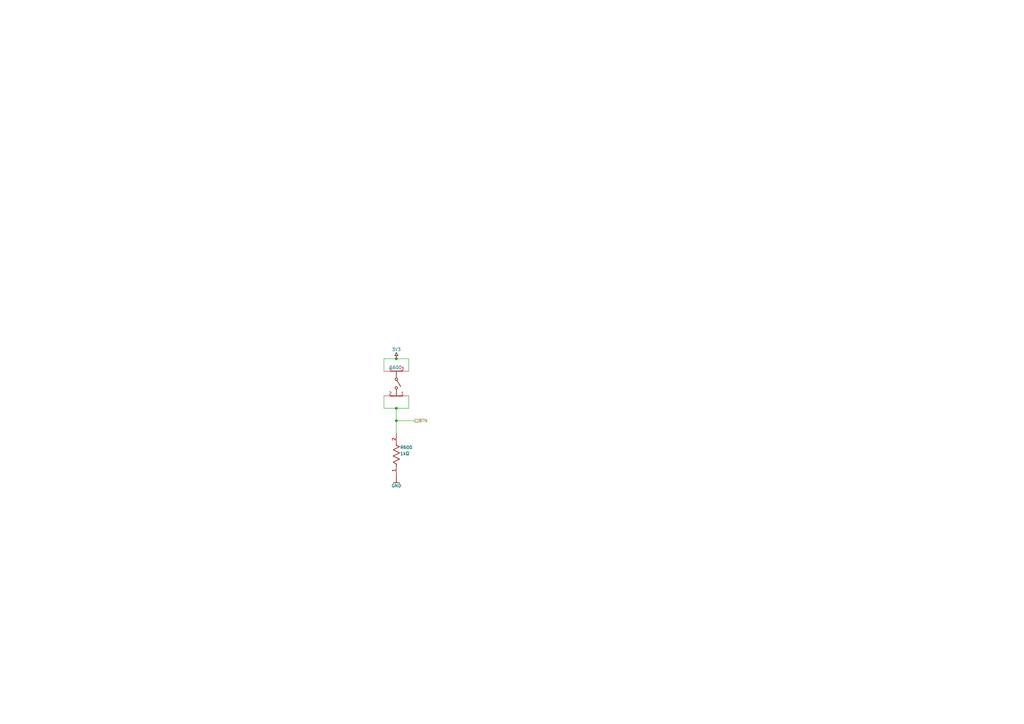
<source format=kicad_sch>
(kicad_sch (version 20231120) (generator "eeschema") (generator_version "8.0")
  (paper "A3")
  (lib_symbols
    (symbol "Speedometer_Tech-altium-import:3V3_ARROW" (power)
      (property "Reference" "#PWR" (at 0 0 0))
      (property "Value" "3V3" (at 0 3.81 0))
      (symbol "3V3_ARROW_0_0"
        (polyline (pts (xy 0 0) (xy 0 -1.27)) (stroke (width 0.254)))
        (polyline (pts (xy -0.635 -1.27) (xy 0.635 -1.27) (xy 0 -2.54) (xy -0.635 -1.27)) (stroke (width 0.254)))
        (pin power_in line (at 0 0 0) (length 0) hide (name "3V3") (number ""))
      )
    )
    (symbol "Speedometer_Tech-altium-import:Designator_1_1029c3af85768c4190bb7ad29bc67b5"
      (symbol "Designator_1_1029c3af85768c4190bb7ad29bc67b5_1_0"
        (polyline (pts (xy -1.27 5.842) (xy 1.27 7.112)) (stroke (width 0.254)))
        (polyline (pts (xy -1.27 8.382) (xy 1.27 9.652)) (stroke (width 0.254)))
        (polyline (pts (xy -1.27 10.922) (xy 1.27 12.192)) (stroke (width 0.254)))
        (polyline (pts (xy 0 5.08) (xy -1.27 5.842)) (stroke (width 0.254)))
        (polyline (pts (xy 0 5.08) (xy 0 4.318)) (stroke (width 0.254)))
        (polyline (pts (xy 0 12.7) (xy 0 13.462)) (stroke (width 0.254)))
        (polyline (pts (xy 1.27 7.112) (xy -1.27 8.382)) (stroke (width 0.254)))
        (polyline (pts (xy 1.27 9.652) (xy -1.27 10.922)) (stroke (width 0.254)))
        (polyline (pts (xy 1.27 12.192) (xy 0 12.7)) (stroke (width 0.254)))
        (pin passive line (at 0 0 90) (length 5.08) (name "1") (number "1"))
        (pin passive line (at 0 17.78 270) (length 5.08) (name "2") (number "2"))
      )
    )
    (symbol "Speedometer_Tech-altium-import:Designator_3_1adf0dd01260c80cf25a44bfd6b99ba"
      (symbol "Designator_3_1adf0dd01260c80cf25a44bfd6b99ba_1_0"
        (circle (center -5.08 -6.858) (radius 0.508) (stroke (width 0.254)))
        (circle (center -5.08 -3.302) (radius 0.508) (stroke (width 0.254)))
        (polyline (pts (xy -7.62 -10.16) (xy -6.096 -10.16)) (stroke (width 0.254)))
        (polyline (pts (xy -7.62 -10.16) (xy -5.08 -10.16)) (stroke (width 0.254)))
        (polyline (pts (xy -7.62 0) (xy -6.096 0)) (stroke (width 0.254)))
        (polyline (pts (xy -7.62 0) (xy -5.08 0)) (stroke (width 0.254)))
        (polyline (pts (xy -5.08 -10.16) (xy -5.08 -7.62)) (stroke (width 0.254)))
        (polyline (pts (xy -5.08 0) (xy -5.08 -2.54)) (stroke (width 0.254)))
        (polyline (pts (xy -4.826 -3.81) (xy -3.302 -6.35)) (stroke (width 0.254)))
        (polyline (pts (xy -2.54 -10.16) (xy -5.08 -10.16)) (stroke (width 0.254)))
        (polyline (pts (xy -2.54 -10.16) (xy -4.064 -10.16)) (stroke (width 0.254)))
        (polyline (pts (xy -2.54 0) (xy -5.08 0)) (stroke (width 0.254)))
        (polyline (pts (xy -2.54 0) (xy -4.064 0)) (stroke (width 0.254)))
        (pin passive line (at 0 -10.16 180) (length 5.08) (name "1") (number "1"))
        (pin passive line (at -10.16 -10.16 0) (length 5.08) (name "2") (number "2"))
        (pin passive line (at 0 0 180) (length 5.08) (name "3") (number "3"))
        (pin passive line (at -10.16 0 0) (length 5.08) (name "4") (number "4"))
      )
    )
    (symbol "Speedometer_Tech-altium-import:GND_BAR" (power)
      (property "Reference" "#PWR" (at 0 0 0))
      (property "Value" "GND" (at 0 3.81 0))
      (symbol "GND_BAR_0_0"
        (polyline (pts (xy -1.27 -2.54) (xy 1.27 -2.54)) (stroke (width 0.254)))
        (polyline (pts (xy 0 0) (xy 0 -2.54)) (stroke (width 0.254)))
        (pin power_in line (at 0 0 0) (length 0) hide (name "GND") (number ""))
      )
    )
  )
  (junction (at 162.56 147.1422))
  (junction (at 162.56 172.5422))
  (junction (at 162.56 167.4622))
  (wire (pts (xy 157.48 152.2222) (xy 157.48 147.1422)))
  (wire (pts (xy 162.56 147.1422) (xy 167.64 147.1422)))
  (wire (pts (xy 162.56 167.4622) (xy 162.56 172.5422)))
  (wire (pts (xy 167.64 147.1422) (xy 167.64 152.2222)))
  (wire (pts (xy 170.18 172.5422) (xy 162.56 172.5422)))
  (wire (pts (xy 157.48 147.1422) (xy 162.56 147.1422)))
  (wire (pts (xy 157.48 167.4622) (xy 162.56 167.4622)))
  (wire (pts (xy 167.64 167.4622) (xy 167.64 162.3822)))
  (wire (pts (xy 157.48 162.3822) (xy 157.48 167.4622)))
  (wire (pts (xy 162.56 167.4622) (xy 167.64 167.4622)))
  (wire (pts (xy 162.56 172.5422) (xy 162.56 177.6222)))
  (hierarchical_label "BTN" (shape passive) (at 170.18 172.5422 0))
  (symbol (lib_id "Speedometer_Tech-altium-import:3V3_ARROW") (at 162.56 147.1422 180) (unit 1)
    (property "Reference" "#PWR?" (effects (hide yes)))
    (property "Value" "3V3" (at 162.56 143.3322 0))
  )
  (symbol (lib_id "Speedometer_Tech-altium-import:Designator_1_1029c3af85768c4190bb7ad29bc67b5") (at 162.56 195.4022 0) (unit 1)
    (property "Reference" "R600" (at 164.084 184.2262 0) (effects (justify left bottom)))
    (property "Value" "1kΩ" (at 164.084 186.7662 0) (effects (justify left bottom)))
    (property "Footprint" "FP-CRCW0603-e3-MFG" (effects (hide yes)))
    (property "Description" "RES Thick Film, 1kΩ, 1%, 0.1W, 100ppm/°C, 0603, CRCW06031K00FKEA" (effects (hide yes)))
    (property "MAX OPERATING TEMPERATURE" "155°C" (effects (hide yes)))
    (property "NUMBER OF PINS" "2" (effects (hide yes)))
    (property "CASE CODE (IMPERIAL)" "0603" (effects (hide yes)))
    (property "MAX POWER DISSIPATION" "100mW" (effects (hide yes)))
    (property "WIDTH" "0.033inch" (effects (hide yes)))
    (property "POWER RATING" "100mW" (effects (hide yes)))
    (property "NUMBER OF TERMINATIONS" "2" (effects (hide yes)))
    (property "PACKAGE QUANTITY" "10" (effects (hide yes)))
    (property "WEIGHT" "7.1E-05oz" (effects (hide yes)))
    (property "VOLTAGE RATING" "75V" (effects (hide yes)))
    (property "TOLERANCE" "1%" (effects (hide yes)))
    (property "TEMPERATURE COEFFICIENT" "100ppm/°C" (effects (hide yes)))
    (property "MILITARY STANDARD" "Not" (effects (hide yes)))
    (property "MOUNT" "Surface Mount" (effects (hide yes)))
    (property "VOLTAGE RATING (DC)" "75V" (effects (hide yes)))
    (property "DEPTH" "0.85mm" (effects (hide yes)))
    (property "COMPOSITION" "Thick Film" (effects (hide yes)))
    (property "RADIATION HARDENING" "No" (effects (hide yes)))
    (property "TERMINATION" "SMD/SMT" (effects (hide yes)))
    (property "RESISTANCE" "1kR" (effects (hide yes)))
    (property "LENGTH" "1.55mm" (effects (hide yes)))
    (property "CASE CODE (METRIC)" "1608" (effects (hide yes)))
    (property "CONTACT PLATING" "Tin" (effects (hide yes)))
    (property "MIN OPERATING TEMPERATURE" "-55°C" (effects (hide yes)))
    (property "PACKAGING" "Tape and Reel" (effects (hide yes)))
    (property "HEIGHT" "0.45mm" (effects (hide yes)))
    (property "LEAD FREE" "Lead Free" (effects (hide yes)))
    (property "CASE/PACKAGE" "0603" (effects (hide yes)))
    (property "FEATURES" "Automotive AEC-Q200" (effects (hide yes)))
  )
  (symbol (lib_id "Speedometer_Tech-altium-import:GND_BAR") (at 162.56 195.4022 0) (unit 1)
    (property "Reference" "#PWR?" (effects (hide yes)))
    (property "Value" "GND" (at 162.56 199.2122 0))
  )
  (symbol (lib_id "Speedometer_Tech-altium-import:Designator_3_1adf0dd01260c80cf25a44bfd6b99ba") (at 167.64 152.2222 0) (unit 1)
    (property "Reference" "S600" (at 159.766 151.4602 0) (effects (justify left bottom)))
    (property "Footprint" "FP-PTS645SM43SMTR92LFS-MFG" (effects (hide yes)))
    (property "Description" "SWITCH TACTILE SPST-NO 0.05A 12V\r\nPTS645SM43SMTR92LFS" (effects (hide yes)))
    (property "CONTACT RESISTANCE" "100mR" (effects (hide yes)))
    (property "MIN OPERATING TEMPERATURE" "-20°C" (effects (hide yes)))
    (property "REACH SVHC" "No SVHC" (effects (hide yes)))
    (property "TERMINATION" "Gull Wing" (effects (hide yes)))
    (property "THROW CONFIGURATION" "SPST" (effects (hide yes)))
    (property "ILLUMINATION TYPE" "Non-Illuminated" (effects (hide yes)))
    (property "CASE/PACKAGE" "SMD/SMT" (effects (hide yes)))
    (property "PACKAGING" "Tape and Reel" (effects (hide yes)))
    (property "MOUNT" "Surface Mount" (effects (hide yes)))
    (property "MECHANICAL LIFE" "100000Cycles" (effects (hide yes)))
    (property "VOLTAGE RATING (DC)" "12V" (effects (hide yes)))
    (property "CURRENT RATING" "50mA" (effects (hide yes)))
    (property "ORIENTATION" "Straight" (effects (hide yes)))
    (property "SWITCH FUNCTION" "Off-Mom" (effects (hide yes)))
    (property "LEAD FREE" "Lead Free" (effects (hide yes)))
    (property "ACTUATOR LENGTH" "0.85mm" (effects (hide yes)))
    (property "CONTACT MATERIAL" "Silver" (effects (hide yes)))
    (property "COLOR" "Black" (effects (hide yes)))
    (property "MAX CURRENT RATING" "50mA" (effects (hide yes)))
    (property "ACTUATOR MATERIAL" "Nylon" (effects (hide yes)))
    (property "ACTUATOR TYPE" "Standard" (effects (hide yes)))
    (property "CONTACT PLATING" "Silver" (effects (hide yes)))
    (property "DEPTH" "9mm" (effects (hide yes)))
    (property "PACKAGE QUANTITY" "1" (effects (hide yes)))
    (property "MAX VOLTAGE RATING (DC)" "12V" (effects (hide yes)))
    (property "OPERATING FORCE" "160gf" (effects (hide yes)))
    (property "LENGTH" "6mm" (effects (hide yes)))
    (property "MAX OPERATING TEMPERATURE" "60°C" (effects (hide yes)))
  )
)
</source>
